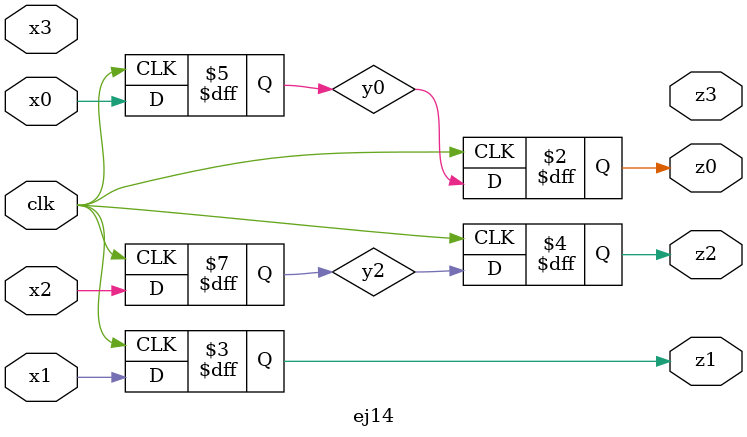
<source format=sv>
module ej14 (input logic clk,x0,x1,x2,x3,
				output logic z0,z1,z2,z3);
logic y0,y1,y2,y3;
always_ff @ (posedge clk)
 begin
 z0 = y0; y0 = x0;
 y1= x1; z1 = y1;
 z2<= y2; y2 <= x2;
 //y3<= x3; z3 <= y3;
 end
endmodule
</source>
